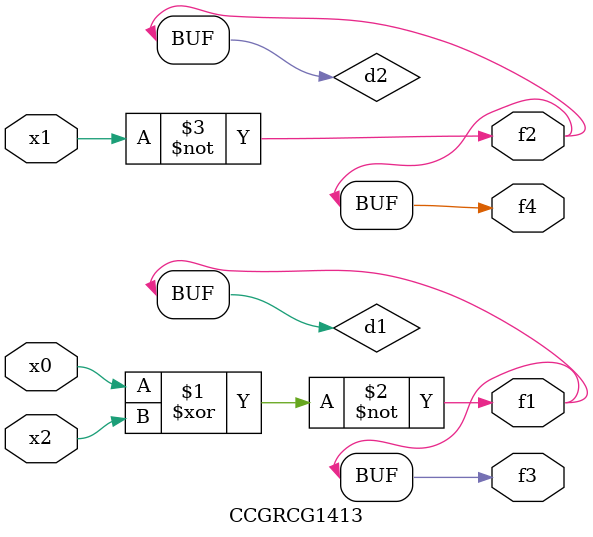
<source format=v>
module CCGRCG1413(
	input x0, x1, x2,
	output f1, f2, f3, f4
);

	wire d1, d2, d3;

	xnor (d1, x0, x2);
	nand (d2, x1);
	nor (d3, x1, x2);
	assign f1 = d1;
	assign f2 = d2;
	assign f3 = d1;
	assign f4 = d2;
endmodule

</source>
